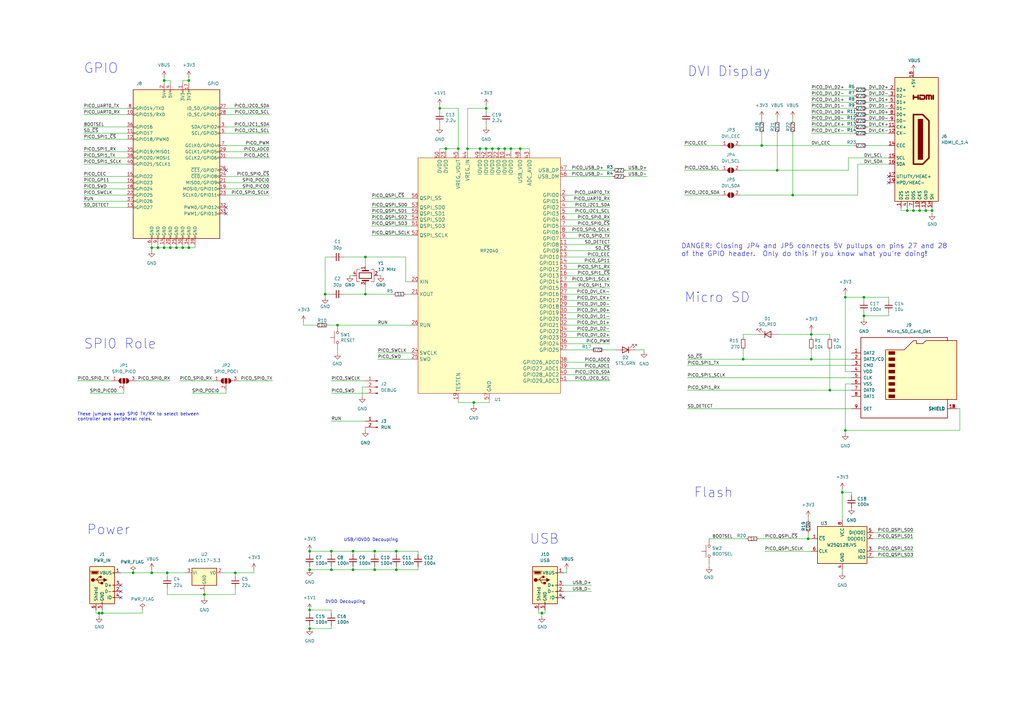
<source format=kicad_sch>
(kicad_sch (version 20211123) (generator eeschema)
  (paper "A3")
  (title_block (title "Faux Pi Zero") (date "2022-12-11") (rev "1.0") (comment 1 "RP2040 dev board in Pi Zero form factor") (comment 2 "https://github.com/dlehenbauer/faux-pi-zero"))
  (junction (at 332.74 137.16))
  (junction (at 191.77 60.96))
  (junction (at 149.86 120.65))
  (junction (at 77.47 33.02))
  (junction (at 144.78 233.68))
  (junction (at 318.77 69.85))
  (junction (at 77.47 101.6))
  (junction (at 180.34 44.45))
  (junction (at 40.64 251.46))
  (junction (at 138.43 133.35))
  (junction (at 345.44 201.93))
  (junction (at 196.85 60.96))
  (junction (at 199.39 44.45))
  (junction (at 354.33 129.54))
  (junction (at 153.67 226.06))
  (junction (at 379.73 86.36))
  (junction (at 41.91 251.46))
  (junction (at 346.71 176.53))
  (junction (at 187.96 60.96))
  (junction (at 213.36 60.96))
  (junction (at 153.67 233.68))
  (junction (at 199.39 60.96))
  (junction (at 69.85 101.6))
  (junction (at 67.31 101.6))
  (junction (at 207.01 60.96))
  (junction (at 127 226.06))
  (junction (at 127 250.19))
  (junction (at 325.12 80.01))
  (junction (at 67.31 33.02))
  (junction (at 194.31 165.1))
  (junction (at 62.23 234.95))
  (junction (at 127 257.81))
  (junction (at 133.35 120.65))
  (junction (at 346.71 121.92))
  (junction (at 74.93 101.6))
  (junction (at 374.65 86.36))
  (junction (at 96.52 234.95))
  (junction (at 204.47 60.96))
  (junction (at 64.77 101.6))
  (junction (at 54.61 234.95))
  (junction (at 382.27 86.36))
  (junction (at 332.74 147.32))
  (junction (at 304.8 147.32))
  (junction (at 135.89 233.68))
  (junction (at 354.33 121.92))
  (junction (at 72.39 101.6))
  (junction (at 144.78 226.06))
  (junction (at 68.58 234.95))
  (junction (at 209.55 60.96))
  (junction (at 222.25 251.46))
  (junction (at 312.42 59.69))
  (junction (at 149.86 105.41))
  (junction (at 201.93 60.96))
  (junction (at 62.23 101.6))
  (junction (at 127 233.68))
  (junction (at 331.47 220.98))
  (junction (at 162.56 233.68))
  (junction (at 340.36 160.02))
  (junction (at 162.56 226.06))
  (junction (at 372.11 86.36))
  (junction (at 182.88 60.96))
  (junction (at 377.19 86.36))
  (junction (at 135.89 226.06))
  (junction (at 83.82 243.84))
  (no_connect (at 92.71 87.63))
  (no_connect (at 92.71 69.85))
  (no_connect (at 49.53 245.11))
  (no_connect (at 364.49 74.93))
  (no_connect (at 364.49 72.39))
  (no_connect (at 231.14 245.11))
  (no_connect (at 49.53 242.57))
  (no_connect (at 92.71 85.09))
  (no_connect (at 49.53 240.03))
  (wire (pts (xy 135.89 105.41) (xy 133.35 105.41)))
  (wire (pts (xy 281.94 154.94) (xy 349.25 154.94)))
  (wire (pts (xy 52.07 62.23) (xy 34.29 62.23)))
  (wire (pts (xy 346.71 157.48) (xy 346.71 176.53)))
  (wire (pts (xy 379.73 85.09) (xy 379.73 86.36)))
  (wire (pts (xy 232.41 118.11) (xy 250.19 118.11)))
  (wire (pts (xy 318.77 69.85) (xy 347.98 69.85)))
  (wire (pts (xy 350.52 49.53) (xy 332.74 49.53)))
  (wire (pts (xy 350.52 54.61) (xy 332.74 54.61)))
  (wire (pts (xy 149.86 175.26) (xy 149.86 176.53)))
  (wire (pts (xy 231.14 242.57) (xy 242.57 242.57)))
  (wire (pts (xy 250.19 85.09) (xy 232.41 85.09)))
  (wire (pts (xy 280.67 80.01) (xy 295.91 80.01)))
  (wire (pts (xy 92.71 72.39) (xy 110.49 72.39)))
  (wire (pts (xy 354.33 121.92) (xy 364.49 121.92)))
  (wire (pts (xy 69.85 33.02) (xy 69.85 34.29)))
  (wire (pts (xy 355.6 46.99) (xy 364.49 46.99)))
  (wire (pts (xy 67.31 33.02) (xy 69.85 33.02)))
  (wire (pts (xy 92.71 59.69) (xy 110.49 59.69)))
  (wire (pts (xy 372.11 85.09) (xy 372.11 86.36)))
  (wire (pts (xy 392.43 167.64) (xy 393.7 167.64)))
  (wire (pts (xy 153.67 226.06) (xy 153.67 227.33)))
  (wire (pts (xy 153.67 233.68) (xy 144.78 233.68)))
  (wire (pts (xy 144.78 226.06) (xy 144.78 227.33)))
  (wire (pts (xy 74.93 34.29) (xy 74.93 33.02)))
  (wire (pts (xy 36.83 161.29) (xy 50.8 161.29)))
  (wire (pts (xy 96.52 243.84) (xy 96.52 241.3)))
  (wire (pts (xy 331.47 220.98) (xy 332.74 220.98)))
  (wire (pts (xy 154.94 113.03) (xy 156.21 113.03)))
  (wire (pts (xy 68.58 234.95) (xy 68.58 236.22)))
  (wire (pts (xy 350.52 39.37) (xy 332.74 39.37)))
  (wire (pts (xy 55.88 156.21) (xy 69.85 156.21)))
  (wire (pts (xy 351.79 67.31) (xy 364.49 67.31)))
  (wire (pts (xy 34.29 52.07) (xy 52.07 52.07)))
  (wire (pts (xy 350.52 52.07) (xy 332.74 52.07)))
  (wire (pts (xy 68.58 243.84) (xy 83.82 243.84)))
  (wire (pts (xy 346.71 121.92) (xy 354.33 121.92)))
  (wire (pts (xy 232.41 82.55) (xy 250.19 82.55)))
  (wire (pts (xy 217.17 60.96) (xy 213.36 60.96)))
  (wire (pts (xy 232.41 115.57) (xy 250.19 115.57)))
  (wire (pts (xy 135.89 233.68) (xy 127 233.68)))
  (wire (pts (xy 232.41 151.13) (xy 250.19 151.13)))
  (wire (pts (xy 318.77 137.16) (xy 332.74 137.16)))
  (wire (pts (xy 62.23 233.68) (xy 62.23 234.95)))
  (wire (pts (xy 379.73 86.36) (xy 382.27 86.36)))
  (wire (pts (xy 232.41 113.03) (xy 250.19 113.03)))
  (wire (pts (xy 152.4 90.17) (xy 168.91 90.17)))
  (wire (pts (xy 74.93 101.6) (xy 77.47 101.6)))
  (wire (pts (xy 149.86 158.75) (xy 148.59 158.75)))
  (wire (pts (xy 110.49 46.99) (xy 92.71 46.99)))
  (wire (pts (xy 311.15 137.16) (xy 304.8 137.16)))
  (wire (pts (xy 199.39 43.18) (xy 199.39 44.45)))
  (wire (pts (xy 350.52 44.45) (xy 332.74 44.45)))
  (wire (pts (xy 69.85 101.6) (xy 72.39 101.6)))
  (wire (pts (xy 67.31 100.33) (xy 67.31 101.6)))
  (wire (pts (xy 191.77 62.23) (xy 191.77 60.96)))
  (wire (pts (xy 207.01 60.96) (xy 204.47 60.96)))
  (wire (pts (xy 140.97 105.41) (xy 149.86 105.41)))
  (wire (pts (xy 52.07 74.93) (xy 34.29 74.93)))
  (wire (pts (xy 374.65 85.09) (xy 374.65 86.36)))
  (wire (pts (xy 355.6 39.37) (xy 364.49 39.37)))
  (wire (pts (xy 182.88 60.96) (xy 180.34 60.96)))
  (wire (pts (xy 127 233.68) (xy 127 232.41)))
  (wire (pts (xy 92.71 80.01) (xy 110.49 80.01)))
  (wire (pts (xy 96.52 234.95) (xy 104.14 234.95)))
  (wire (pts (xy 209.55 62.23) (xy 209.55 60.96)))
  (wire (pts (xy 349.25 152.4) (xy 346.71 152.4)))
  (wire (pts (xy 332.74 137.16) (xy 340.36 137.16)))
  (wire (pts (xy 62.23 101.6) (xy 64.77 101.6)))
  (wire (pts (xy 124.46 133.35) (xy 129.54 133.35)))
  (wire (pts (xy 97.79 156.21) (xy 111.76 156.21)))
  (wire (pts (xy 92.71 62.23) (xy 110.49 62.23)))
  (wire (pts (xy 78.74 161.29) (xy 92.71 161.29)))
  (wire (pts (xy 222.25 251.46) (xy 222.25 252.73)))
  (wire (pts (xy 313.69 226.06) (xy 332.74 226.06)))
  (wire (pts (xy 232.41 107.95) (xy 250.19 107.95)))
  (wire (pts (xy 351.79 80.01) (xy 351.79 67.31)))
  (wire (pts (xy 133.35 120.65) (xy 135.89 120.65)))
  (wire (pts (xy 153.67 226.06) (xy 162.56 226.06)))
  (wire (pts (xy 304.8 143.51) (xy 304.8 147.32)))
  (wire (pts (xy 34.29 46.99) (xy 52.07 46.99)))
  (wire (pts (xy 154.94 144.78) (xy 168.91 144.78)))
  (wire (pts (xy 364.49 129.54) (xy 364.49 128.27)))
  (wire (pts (xy 152.4 96.52) (xy 168.91 96.52)))
  (wire (pts (xy 77.47 31.75) (xy 77.47 33.02)))
  (wire (pts (xy 52.07 57.15) (xy 34.29 57.15)))
  (wire (pts (xy 355.6 54.61) (xy 364.49 54.61)))
  (wire (pts (xy 152.4 81.28) (xy 168.91 81.28)))
  (wire (pts (xy 345.44 200.66) (xy 345.44 201.93)))
  (wire (pts (xy 232.41 148.59) (xy 250.19 148.59)))
  (wire (pts (xy 250.19 153.67) (xy 232.41 153.67)))
  (wire (pts (xy 260.35 143.51) (xy 264.16 143.51)))
  (wire (pts (xy 110.49 44.45) (xy 92.71 44.45)))
  (wire (pts (xy 149.86 120.65) (xy 161.29 120.65)))
  (wire (pts (xy 67.31 101.6) (xy 69.85 101.6)))
  (wire (pts (xy 152.4 85.09) (xy 168.91 85.09)))
  (wire (pts (xy 171.45 232.41) (xy 171.45 233.68)))
  (wire (pts (xy 83.82 243.84) (xy 96.52 243.84)))
  (wire (pts (xy 72.39 101.6) (xy 74.93 101.6)))
  (wire (pts (xy 354.33 129.54) (xy 364.49 129.54)))
  (wire (pts (xy 143.51 113.03) (xy 144.78 113.03)))
  (wire (pts (xy 232.41 72.39) (xy 251.46 72.39)))
  (wire (pts (xy 355.6 49.53) (xy 364.49 49.53)))
  (wire (pts (xy 191.77 44.45) (xy 199.39 44.45)))
  (wire (pts (xy 290.83 220.98) (xy 306.07 220.98)))
  (wire (pts (xy 166.37 105.41) (xy 166.37 115.57)))
  (wire (pts (xy 223.52 250.19) (xy 223.52 251.46)))
  (wire (pts (xy 199.39 50.8) (xy 199.39 52.07)))
  (wire (pts (xy 39.37 251.46) (xy 40.64 251.46)))
  (wire (pts (xy 345.44 201.93) (xy 349.25 201.93)))
  (wire (pts (xy 318.77 49.53) (xy 318.77 48.26)))
  (wire (pts (xy 222.25 251.46) (xy 223.52 251.46)))
  (wire (pts (xy 232.41 138.43) (xy 250.19 138.43)))
  (wire (pts (xy 180.34 60.96) (xy 180.34 62.23)))
  (wire (pts (xy 200.66 163.83) (xy 200.66 165.1)))
  (wire (pts (xy 54.61 234.95) (xy 62.23 234.95)))
  (wire (pts (xy 182.88 60.96) (xy 182.88 62.23)))
  (wire (pts (xy 148.59 158.75) (xy 148.59 162.56)))
  (wire (pts (xy 194.31 165.1) (xy 194.31 166.37)))
  (wire (pts (xy 110.49 52.07) (xy 92.71 52.07)))
  (wire (pts (xy 34.29 54.61) (xy 52.07 54.61)))
  (wire (pts (xy 340.36 137.16) (xy 340.36 138.43)))
  (wire (pts (xy 354.33 123.19) (xy 354.33 121.92)))
  (wire (pts (xy 191.77 60.96) (xy 191.77 44.45)))
  (wire (pts (xy 140.97 120.65) (xy 149.86 120.65)))
  (wire (pts (xy 280.67 69.85) (xy 295.91 69.85)))
  (wire (pts (xy 52.07 67.31) (xy 34.29 67.31)))
  (wire (pts (xy 232.41 100.33) (xy 250.19 100.33)))
  (wire (pts (xy 199.39 60.96) (xy 199.39 62.23)))
  (wire (pts (xy 346.71 120.65) (xy 346.71 121.92)))
  (wire (pts (xy 346.71 176.53) (xy 346.71 177.8)))
  (wire (pts (xy 303.53 59.69) (xy 312.42 59.69)))
  (wire (pts (xy 127 227.33) (xy 127 226.06)))
  (wire (pts (xy 355.6 36.83) (xy 364.49 36.83)))
  (wire (pts (xy 171.45 226.06) (xy 171.45 227.33)))
  (wire (pts (xy 369.57 86.36) (xy 372.11 86.36)))
  (wire (pts (xy 347.98 69.85) (xy 347.98 64.77)))
  (wire (pts (xy 110.49 54.61) (xy 92.71 54.61)))
  (wire (pts (xy 199.39 60.96) (xy 196.85 60.96)))
  (wire (pts (xy 40.64 251.46) (xy 40.64 252.73)))
  (wire (pts (xy 369.57 85.09) (xy 369.57 86.36)))
  (wire (pts (xy 52.07 85.09) (xy 34.29 85.09)))
  (wire (pts (xy 347.98 64.77) (xy 364.49 64.77)))
  (wire (pts (xy 166.37 120.65) (xy 168.91 120.65)))
  (wire (pts (xy 144.78 226.06) (xy 153.67 226.06)))
  (wire (pts (xy 250.19 156.21) (xy 232.41 156.21)))
  (wire (pts (xy 355.6 52.07) (xy 364.49 52.07)))
  (wire (pts (xy 152.4 87.63) (xy 168.91 87.63)))
  (wire (pts (xy 52.07 72.39) (xy 34.29 72.39)))
  (wire (pts (xy 138.43 133.35) (xy 168.91 133.35)))
  (wire (pts (xy 40.64 251.46) (xy 41.91 251.46)))
  (wire (pts (xy 187.96 165.1) (xy 194.31 165.1)))
  (wire (pts (xy 374.65 228.6) (xy 358.14 228.6)))
  (wire (pts (xy 77.47 101.6) (xy 80.01 101.6)))
  (wire (pts (xy 340.36 143.51) (xy 340.36 160.02)))
  (wire (pts (xy 325.12 80.01) (xy 351.79 80.01)))
  (wire (pts (xy 220.98 250.19) (xy 220.98 251.46)))
  (wire (pts (xy 201.93 60.96) (xy 199.39 60.96)))
  (wire (pts (xy 232.41 102.87) (xy 250.19 102.87)))
  (wire (pts (xy 204.47 60.96) (xy 201.93 60.96)))
  (wire (pts (xy 374.65 86.36) (xy 377.19 86.36)))
  (wire (pts (xy 332.74 138.43) (xy 332.74 137.16)))
  (wire (pts (xy 162.56 232.41) (xy 162.56 233.68)))
  (wire (pts (xy 393.7 176.53) (xy 346.71 176.53)))
  (wire (pts (xy 199.39 44.45) (xy 199.39 45.72)))
  (wire (pts (xy 149.86 120.65) (xy 149.86 116.84)))
  (wire (pts (xy 355.6 59.69) (xy 364.49 59.69)))
  (wire (pts (xy 232.41 95.25) (xy 250.19 95.25)))
  (wire (pts (xy 83.82 243.84) (xy 83.82 242.57)))
  (wire (pts (xy 325.12 54.61) (xy 325.12 80.01)))
  (wire (pts (xy 92.71 64.77) (xy 110.49 64.77)))
  (wire (pts (xy 41.91 251.46) (xy 58.42 251.46)))
  (wire (pts (xy 64.77 101.6) (xy 67.31 101.6)))
  (wire (pts (xy 180.34 44.45) (xy 180.34 45.72)))
  (wire (pts (xy 209.55 60.96) (xy 207.01 60.96)))
  (wire (pts (xy 144.78 232.41) (xy 144.78 233.68)))
  (wire (pts (xy 355.6 44.45) (xy 364.49 44.45)))
  (wire (pts (xy 312.42 59.69) (xy 350.52 59.69)))
  (wire (pts (xy 49.53 234.95) (xy 54.61 234.95)))
  (wire (pts (xy 304.8 147.32) (xy 332.74 147.32)))
  (wire (pts (xy 191.77 60.96) (xy 196.85 60.96)))
  (wire (pts (xy 180.34 44.45) (xy 187.96 44.45)))
  (wire (pts (xy 204.47 60.96) (xy 204.47 62.23)))
  (wire (pts (xy 153.67 232.41) (xy 153.67 233.68)))
  (wire (pts (xy 152.4 92.71) (xy 168.91 92.71)))
  (wire (pts (xy 67.31 31.75) (xy 67.31 33.02)))
  (wire (pts (xy 374.65 220.98) (xy 358.14 220.98)))
  (wire (pts (xy 133.35 105.41) (xy 133.35 120.65)))
  (wire (pts (xy 213.36 60.96) (xy 213.36 62.23)))
  (wire (pts (xy 92.71 161.29) (xy 92.71 160.02)))
  (wire (pts (xy 331.47 213.36) (xy 331.47 212.09)))
  (wire (pts (xy 232.41 128.27) (xy 250.19 128.27)))
  (wire (pts (xy 74.93 100.33) (xy 74.93 101.6)))
  (wire (pts (xy 281.94 147.32) (xy 304.8 147.32)))
  (wire (pts (xy 256.54 69.85) (xy 265.43 69.85)))
  (wire (pts (xy 80.01 100.33) (xy 80.01 101.6)))
  (wire (pts (xy 232.41 97.79) (xy 250.19 97.79)))
  (wire (pts (xy 62.23 101.6) (xy 62.23 102.87)))
  (wire (pts (xy 318.77 54.61) (xy 318.77 69.85)))
  (wire (pts (xy 127 250.19) (xy 135.89 250.19)))
  (wire (pts (xy 50.8 161.29) (xy 50.8 160.02)))
  (wire (pts (xy 62.23 100.33) (xy 62.23 101.6)))
  (wire (pts (xy 187.96 44.45) (xy 187.96 60.96)))
  (wire (pts (xy 232.41 92.71) (xy 250.19 92.71)))
  (wire (pts (xy 127 256.54) (xy 127 257.81)))
  (wire (pts (xy 182.88 60.96) (xy 187.96 60.96)))
  (wire (pts (xy 232.41 143.51) (xy 242.57 143.51)))
  (wire (pts (xy 350.52 46.99) (xy 332.74 46.99)))
  (wire (pts (xy 332.74 147.32) (xy 349.25 147.32)))
  (wire (pts (xy 340.36 160.02) (xy 349.25 160.02)))
  (wire (pts (xy 220.98 251.46) (xy 222.25 251.46)))
  (wire (pts (xy 144.78 233.68) (xy 135.89 233.68)))
  (wire (pts (xy 232.41 133.35) (xy 250.19 133.35)))
  (wire (pts (xy 196.85 60.96) (xy 196.85 62.23)))
  (wire (pts (xy 377.19 85.09) (xy 377.19 86.36)))
  (wire (pts (xy 166.37 115.57) (xy 168.91 115.57)))
  (wire (pts (xy 207.01 60.96) (xy 207.01 62.23)))
  (wire (pts (xy 256.54 72.39) (xy 265.43 72.39)))
  (wire (pts (xy 92.71 77.47) (xy 110.49 77.47)))
  (wire (pts (xy 332.74 143.51) (xy 332.74 147.32)))
  (wire (pts (xy 104.14 233.68) (xy 104.14 234.95)))
  (wire (pts (xy 135.89 250.19) (xy 135.89 251.46)))
  (wire (pts (xy 68.58 241.3) (xy 68.58 243.84)))
  (wire (pts (xy 69.85 100.33) (xy 69.85 101.6)))
  (wire (pts (xy 34.29 80.01) (xy 52.07 80.01)))
  (wire (pts (xy 180.34 43.18) (xy 180.34 44.45)))
  (wire (pts (xy 64.77 100.33) (xy 64.77 101.6)))
  (wire (pts (xy 162.56 226.06) (xy 162.56 227.33)))
  (wire (pts (xy 135.89 161.29) (xy 149.86 161.29)))
  (wire (pts (xy 41.91 250.19) (xy 41.91 251.46)))
  (wire (pts (xy 154.94 147.32) (xy 168.91 147.32)))
  (wire (pts (xy 162.56 226.06) (xy 171.45 226.06)))
  (wire (pts (xy 311.15 220.98) (xy 331.47 220.98)))
  (wire (pts (xy 247.65 143.51) (xy 252.73 143.51)))
  (wire (pts (xy 133.35 120.65) (xy 133.35 121.92)))
  (wire (pts (xy 187.96 60.96) (xy 187.96 62.23)))
  (wire (pts (xy 124.46 132.08) (xy 124.46 133.35)))
  (wire (pts (xy 72.39 100.33) (xy 72.39 101.6)))
  (wire (pts (xy 345.44 201.93) (xy 345.44 213.36)))
  (wire (pts (xy 231.14 234.95) (xy 232.41 234.95)))
  (wire (pts (xy 232.41 80.01) (xy 250.19 80.01)))
  (wire (pts (xy 68.58 234.95) (xy 62.23 234.95)))
  (wire (pts (xy 382.27 87.63) (xy 382.27 86.36)))
  (wire (pts (xy 127 226.06) (xy 135.89 226.06)))
  (wire (pts (xy 135.89 257.81) (xy 127 257.81)))
  (wire (pts (xy 138.43 143.51) (xy 138.43 144.78)))
  (wire (pts (xy 232.41 69.85) (xy 251.46 69.85)))
  (wire (pts (xy 364.49 121.92) (xy 364.49 123.19)))
  (wire (pts (xy 135.89 172.72) (xy 149.86 172.72)))
  (wire (pts (xy 171.45 233.68) (xy 162.56 233.68)))
  (wire (pts (xy 231.14 240.03) (xy 242.57 240.03)))
  (wire (pts (xy 354.33 130.81) (xy 354.33 129.54)))
  (wire (pts (xy 232.41 123.19) (xy 250.19 123.19)))
  (wire (pts (xy 281.94 160.02) (xy 340.36 160.02)))
  (wire (pts (xy 135.89 226.06) (xy 135.89 227.33)))
  (wire (pts (xy 149.86 105.41) (xy 149.86 109.22)))
  (wire (pts (xy 250.19 87.63) (xy 232.41 87.63)))
  (wire (pts (xy 34.29 82.55) (xy 52.07 82.55)))
  (wire (pts (xy 34.29 77.47) (xy 52.07 77.47)))
  (wire (pts (xy 332.74 135.89) (xy 332.74 137.16)))
  (wire (pts (xy 58.42 251.46) (xy 58.42 250.19)))
  (wire (pts (xy 393.7 167.64) (xy 393.7 176.53)))
  (wire (pts (xy 52.07 64.77) (xy 34.29 64.77)))
  (wire (pts (xy 73.66 156.21) (xy 87.63 156.21)))
  (wire (pts (xy 83.82 243.84) (xy 83.82 245.11)))
  (wire (pts (xy 232.41 233.68) (xy 232.41 234.95)))
  (wire (pts (xy 232.41 125.73) (xy 250.19 125.73)))
  (wire (pts (xy 281.94 149.86) (xy 349.25 149.86)))
  (wire (pts (xy 290.83 231.14) (xy 290.83 232.41)))
  (wire (pts (xy 377.19 86.36) (xy 379.73 86.36)))
  (wire (pts (xy 135.89 232.41) (xy 135.89 233.68)))
  (wire (pts (xy 39.37 250.19) (xy 39.37 251.46)))
  (wire (pts (xy 303.53 69.85) (xy 318.77 69.85)))
  (wire (pts (xy 76.2 234.95) (xy 68.58 234.95)))
  (wire (pts (xy 281.94 167.64) (xy 349.25 167.64)))
  (wire (pts (xy 374.65 226.06) (xy 358.14 226.06)))
  (wire (pts (xy 134.62 133.35) (xy 138.43 133.35)))
  (wire (pts (xy 135.89 226.06) (xy 144.78 226.06)))
  (wire (pts (xy 355.6 41.91) (xy 364.49 41.91)))
  (wire (pts (xy 331.47 218.44) (xy 331.47 220.98)))
  (wire (pts (xy 77.47 33.02) (xy 77.47 34.29)))
  (wire (pts (xy 232.41 140.97) (xy 250.19 140.97)))
  (wire (pts (xy 312.42 54.61) (xy 312.42 59.69)))
  (wire (pts (xy 34.29 44.45) (xy 52.07 44.45)))
  (wire (pts (xy 96.52 234.95) (xy 96.52 236.22)))
  (wire (pts (xy 304.8 137.16) (xy 304.8 138.43)))
  (wire (pts (xy 232.41 120.65) (xy 250.19 120.65)))
  (wire (pts (xy 232.41 110.49) (xy 250.19 110.49)))
  (wire (pts (xy 372.11 86.36) (xy 374.65 86.36)))
  (wire (pts (xy 201.93 60.96) (xy 201.93 62.23)))
  (wire (pts (xy 209.55 60.96) (xy 213.36 60.96)))
  (wire (pts (xy 194.31 165.1) (xy 200.66 165.1)))
  (wire (pts (xy 374.65 218.44) (xy 358.14 218.44)))
  (wire (pts (xy 280.67 59.69) (xy 295.91 59.69)))
  (wire (pts (xy 74.93 33.02) (xy 77.47 33.02)))
  (wire (pts (xy 162.56 233.68) (xy 153.67 233.68)))
  (wire (pts (xy 217.17 62.23) (xy 217.17 60.96)))
  (wire (pts (xy 91.44 234.95) (xy 96.52 234.95)))
  (wire (pts (xy 135.89 256.54) (xy 135.89 257.81)))
  (wire (pts (xy 149.86 105.41) (xy 166.37 105.41)))
  (wire (pts (xy 350.52 41.91) (xy 332.74 41.91)))
  (wire (pts (xy 67.31 34.29) (xy 67.31 33.02)))
  (wire (pts (xy 232.41 135.89) (xy 250.19 135.89)))
  (wire (pts (xy 187.96 163.83) (xy 187.96 165.1)))
  (wire (pts (xy 350.52 36.83) (xy 332.74 36.83)))
  (wire (pts (xy 135.89 156.21) (xy 149.86 156.21)))
  (wire (pts (xy 354.33 129.54) (xy 354.33 128.27)))
  (wire (pts (xy 346.71 121.92) (xy 346.71 152.4)))
  (wire (pts (xy 232.41 105.41) (xy 250.19 105.41)))
  (wire (pts (xy 232.41 90.17) (xy 250.19 90.17)))
  (wire (pts (xy 382.27 85.09) (xy 382.27 86.36)))
  (wire (pts (xy 127 250.19) (xy 127 251.46)))
  (wire (pts (xy 303.53 80.01) (xy 325.12 80.01)))
  (wire (pts (xy 312.42 49.53) (xy 312.42 48.26)))
  (wire (pts (xy 345.44 233.68) (xy 345.44 234.95)))
  (wire (pts (xy 31.75 156.21) (xy 45.72 156.21)))
  (wire (pts (xy 349.25 157.48) (xy 346.71 157.48)))
  (wire (pts (xy 180.34 50.8) (xy 180.34 52.07)))
  (wire (pts (xy 264.16 143.51) (xy 264.16 144.145)))
  (wire (pts (xy 77.47 100.33) (xy 77.47 101.6)))
  (wire (pts (xy 349.25 203.2) (xy 349.25 201.93)))
  (wire (pts (xy 232.41 130.81) (xy 250.19 130.81)))
  (wire (pts (xy 325.12 49.53) (xy 325.12 48.26)))
  (wire (pts (xy 92.71 74.93) (xy 110.49 74.93)))
  (text "These jumpers swap SPI0 TX/RX to select between\ncontroller and peripheral roles." (at 31.75 172.72 0) (effects (font (size 1.27 1.27)) (justify left bottom)))
  (text "DANGER: Closing JP4 and JP5 connects 5V pullups on pins 27 and 28\nof the GPIO header.  Only do this if you know what you're doing!" (at 279.4 105.41 0) (effects (font (size 2 2)) (justify left bottom)))
  (text "USB/IOVDD Decoupling" (at 140.97 222.25 0) (effects (font (size 1.27 1.27)) (justify left bottom)))
  (text "Flash" (at 284.48 204.47 0) (effects (font (size 4 4)) (justify left bottom)))
  (text "USB" (at 217.17 223.52 0) (effects (font (size 4 4)) (justify left bottom)))
  (text "GPIO" (at 34.29 30.48 0) (effects (font (size 4 4)) (justify left bottom)))
  (text "SPI0 Role" (at 34.29 143.51 0) (effects (font (size 4 4)) (justify left bottom)))
  (text "DVI Display" (at 281.94 31.75 0) (effects (font (size 4 4)) (justify left bottom)))
  (text "DVDD Decoupling" (at 133.35 247.65 0) (effects (font (size 1.27 1.27)) (justify left bottom)))
  (text "Power" (at 35.56 219.71 0) (effects (font (size 4 4)) (justify left bottom)))
  (text "Micro SD" (at 280.67 124.46 0) (effects (font (size 4 4)) (justify left bottom)))
  (label "SD_DETECT" (at 281.94 167.64 0))
  (label "SD_~{CS}" (at 250.19 102.87 180))
  (label "USB_D+" (at 242.57 240.03 180))
  (label "PICO_I2C1_SDA" (at 110.49 52.07 180))
  (label "PICO_I2C0_SDA" (at 280.67 80.01 0))
  (label "PICO_SWCLK" (at 34.29 80.01 0))
  (label "PICO_SPI0_TX" (at 250.19 97.79 180))
  (label "PICO_SWCLK" (at 154.94 144.78 0))
  (label "PICO_I2C0_SCL" (at 280.67 69.85 0))
  (label "PICO_QSPI_SCLK" (at 313.69 226.06 0))
  (label "DVI_D2+" (at 364.49 36.83 180))
  (label "PICO_GP11" (at 34.29 74.93 0))
  (label "DVI_SDA" (at 354.33 67.31 0))
  (label "PICO_SWD" (at 34.29 77.47 0))
  (label "PICO_SPI0_SCLK" (at 110.49 80.01 180))
  (label "PICO_QSPI_SD3" (at 152.4 92.71 0))
  (label "PICO_I2C0_SDA" (at 250.19 153.67 180))
  (label "DVI_CEC" (at 332.74 59.69 0))
  (label "PICO_QSPI_SD1" (at 152.4 87.63 0))
  (label "DVI_SCL" (at 354.33 64.77 0))
  (label "PICO_USB_D-" (at 247.65 72.39 180))
  (label "DVI_D2-" (at 364.49 39.37 180))
  (label "PICO_DVI_D0+" (at 250.19 128.27 180))
  (label "PICO_DVI_D0-" (at 332.74 49.53 0))
  (label "PICO_SPI1_RX" (at 281.94 160.02 0))
  (label "PICO_QSPI_~{CS}" (at 152.4 81.28 0))
  (label "PICO_SPI0_TX" (at 111.76 156.21 180))
  (label "PICO_I2C1_SCL" (at 110.49 54.61 180))
  (label "SPI0_PICO0" (at 110.49 77.47 180))
  (label "PICO_SWD" (at 154.94 147.32 0))
  (label "SPI0_POCI0" (at 110.49 74.93 180))
  (label "PICO_I2C0_SDA" (at 110.49 44.45 180))
  (label "PICO_SPI0_TX" (at 31.75 156.21 0))
  (label "PICO_DVI_D1+" (at 250.19 133.35 180))
  (label "PICO_I2C1_SCL" (at 250.19 87.63 180))
  (label "PICO_I2C1_SDA" (at 250.19 85.09 180))
  (label "PICO_SPI1_TX" (at 34.29 64.77 0))
  (label "DVI_D1-" (at 364.49 44.45 180))
  (label "PICO_QSPI_SD1" (at 374.65 220.98 180))
  (label "PICO_DVI_D2-" (at 332.74 39.37 0))
  (label "PICO_PWM" (at 110.49 59.69 180))
  (label "SPI0_POCI0" (at 78.74 161.29 0))
  (label "PICO_PWM" (at 250.19 140.97 180))
  (label "RUN" (at 154.94 133.35 0))
  (label "PICO_ADC0" (at 110.49 62.23 180))
  (label "PICO_DVI_D2+" (at 332.74 36.83 0))
  (label "PICO_SPI1_TX" (at 250.19 118.11 180))
  (label "PICO_UART0_TX" (at 34.29 44.45 0))
  (label "RUN" (at 34.29 82.55 0))
  (label "PICO_CEC" (at 34.29 72.39 0))
  (label "SD_~{CS}" (at 281.94 147.32 0))
  (label "PICO_DVI_D2-" (at 250.19 135.89 180))
  (label "SD_~{CS}" (at 34.29 54.61 0))
  (label "PICO_SWD" (at 135.89 161.29 0))
  (label "USB_D+" (at 265.43 69.85 180))
  (label "PICO_DVI_CK-" (at 250.19 120.65 180))
  (label "PICO_SPI1_SCLK" (at 250.19 115.57 180))
  (label "DVI_D0+" (at 364.49 46.99 180))
  (label "PICO_ADC1" (at 250.19 151.13 180))
  (label "PICO_DVI_D2+" (at 250.19 138.43 180))
  (label "DVI_D0-" (at 364.49 49.53 180))
  (label "PICO_SPI1_RX" (at 250.19 110.49 180))
  (label "PICO_QSPI_SD2" (at 374.65 226.06 180))
  (label "PICO_SWCLK" (at 135.89 156.21 0))
  (label "PICO_QSPI_~{CS}" (at 313.69 220.98 0))
  (label "PICO_SPI0_RX" (at 73.66 156.21 0))
  (label "PICO_QSPI_SD0" (at 152.4 85.09 0))
  (label "PICO_SPI0_RX" (at 250.19 90.17 180))
  (label "PICO_DVI_D0-" (at 250.19 125.73 180))
  (label "PICO_GP11" (at 250.19 107.95 180))
  (label "PICO_CEC" (at 280.67 59.69 0))
  (label "PICO_SPI1_RX" (at 34.29 62.23 0))
  (label "PICO_ADC0" (at 250.19 148.59 180))
  (label "USB_D-" (at 265.43 72.39 180))
  (label "PICO_SPI0_~{CS}" (at 110.49 72.39 180))
  (label "PICO_SPI0_~{CS}" (at 250.19 92.71 180))
  (label "PICO_UART0_TX" (at 250.19 80.01 180))
  (label "PICO_I2C0_SCL" (at 110.49 46.99 180))
  (label "PICO_USB_D+" (at 247.65 69.85 180))
  (label "PICO_I2C0_SCL" (at 250.19 156.21 180))
  (label "BOOTSEL" (at 34.29 52.07 0))
  (label "SD_DETECT" (at 34.29 85.09 0))
  (label "PICO_DVI_D0+" (at 332.74 46.99 0))
  (label "PICO_DVI_D1+" (at 332.74 41.91 0))
  (label "PICO_QSPI_SD0" (at 374.65 218.44 180))
  (label "PICO_DVI_CK+" (at 250.19 123.19 180))
  (label "PICO_DVI_CK+" (at 332.74 52.07 0))
  (label "PICO_SPI1_SCLK" (at 34.29 67.31 0))
  (label "RUN" (at 135.89 172.72 0))
  (label "PICO_UART0_RX" (at 34.29 46.99 0))
  (label "PICO_DVI_D1-" (at 250.19 130.81 180))
  (label "PICO_SPI1_~{CS}" (at 250.19 113.03 180))
  (label "PICO_SPI0_RX" (at 69.85 156.21 180))
  (label "PICO_QSPI_SD2" (at 152.4 90.17 0))
  (label "PICO_SPI1_SCLK" (at 281.94 154.94 0))
  (label "DVI_CK-" (at 364.49 54.61 180))
  (label "PICO_CEC" (at 250.19 105.41 180))
  (label "PICO_ADC1" (at 110.49 64.77 180))
  (label "PICO_QSPI_SD3" (at 374.65 228.6 180))
  (label "SD_DETECT" (at 250.19 100.33 180))
  (label "PICO_SPI1_~{CS}" (at 34.29 57.15 0))
  (label "BOOTSEL" (at 292.1 220.98 0))
  (label "PICO_SPI0_SCLK" (at 250.19 95.25 180))
  (label "PICO_DVI_CK-" (at 332.74 54.61 0))
  (label "USB_D-" (at 242.57 242.57 180))
  (label "DVI_CK+" (at 364.49 52.07 180))
  (label "PICO_SPI1_TX" (at 281.94 149.86 0))
  (label "DVI_D1+" (at 364.49 41.91 180))
  (label "PICO_QSPI_SCLK" (at 152.4 96.52 0))
  (label "SPI0_PICO0" (at 36.83 161.29 0))
  (label "PICO_UART0_RX" (at 250.19 82.55 180))
  (label "PICO_DVI_D1-" (at 332.74 44.45 0))
  (symbol (lib_id "power:GND") (at 346.71 177.8 0) (unit 1)
    (property "Reference" "#PWR0104" (effects hide))
    (property "Value" "GND" (at 346.71 182.88 0))
  )
  (symbol (lib_id "power:GND") (at 133.35 121.92 0) (unit 1)
    (property "Reference" "#PWR0123" (effects hide))
    (property "Value" "GND" (at 133.35 125.73 0))
  )
  (symbol (lib_id "Device:R_Small") (at 340.36 140.97 0) (unit 1)
    (property "Reference" "R2" (at 341.63 139.7 0) (effects (justify left)))
    (property "Value" "10k" (at 341.63 142.24 0) (effects (justify left)))
    (property "Footprint" "Resistor_SMD:R_0402_1005Metric" (effects hide))
    (property "LCSC" "C25744" (effects hide))
  )
  (symbol (lib_id "power:GND") (at 40.64 252.73 0) (unit 1)
    (property "Reference" "#PWR0106" (effects hide))
    (property "Value" "GND" (at 40.767 257.1242 0))
  )
  (symbol (lib_id "Device:R_Small") (at 254 72.39 90) (unit 1)
    (property "Reference" "R4" (at 251.46 71.12 90) (effects (justify left)))
    (property "Value" "27" (at 255.27 72.39 90) (effects (justify left)))
    (property "Footprint" "Resistor_SMD:R_0603_1608Metric" (effects hide))
    (property "LCSC" "C25190" (effects hide))
  )
  (symbol (lib_id "Device:R_Small") (at 353.06 49.53 90) (unit 1)
    (property "Reference" "R12" (at 349.25 48.26 90))
    (property "Value" "270" (at 353.06 49.53 90))
    (property "Footprint" "Resistor_SMD:R_0603_1608Metric" (effects hide))
    (property "LCSC" "C22966" (effects hide))
  )
  (symbol (lib_id "Device:C_Small") (at 162.56 229.87 0) (unit 1)
    (property "Reference" "C11" (at 164.8968 228.7016 0) (effects (justify left)))
    (property "Value" "100n" (at 164.8968 231.013 0) (effects (justify left)))
    (property "Footprint" "Capacitor_SMD:C_0402_1005Metric" (effects hide))
    (property "LCSC" "C1525" (effects hide))
  )
  (symbol (lib_id "power:+1V1") (at 180.34 43.18 0) (unit 1)
    (property "Reference" "#PWR0134" (effects hide))
    (property "Value" "+1V1" (at 180.34 38.1 0))
  )
  (symbol (lib_id "Device:R_Small") (at 245.11 143.51 90) (unit 1)
    (property "Reference" "R17" (at 242.57 142.24 90) (effects (justify left)))
    (property "Value" "470" (at 247.015 143.51 90) (effects (justify left)))
    (property "Footprint" "Resistor_SMD:R_0402_1005Metric" (effects hide))
    (property "LCSC" "C25117" (effects hide))
  )
  (symbol (lib_id "Device:R_Small") (at 331.47 215.9 0) (unit 1)
    (property "Reference" "R19" (at 329.565 217.805 90) (effects (justify left)))
    (property "Value" "10k" (at 331.47 217.805 90) (effects (justify left)))
    (property "Footprint" "Resistor_SMD:R_0402_1005Metric" (effects hide))
    (property "LCSC" "C25744" (effects hide))
  )
  (symbol (lib_id "power:VBUS") (at 62.23 233.68 0) (unit 1)
    (property "Reference" "#PWR0105" (effects hide))
    (property "Value" "VBUS" (at 62.611 229.2858 0))
  )
  (symbol (lib_id "Device:C_Small") (at 127 229.87 0) (unit 1)
    (property "Reference" "C7" (at 129.3368 228.7016 0) (effects (justify left)))
    (property "Value" "100n" (at 129.3368 231.013 0) (effects (justify left)))
    (property "Footprint" "Capacitor_SMD:C_0402_1005Metric" (effects hide))
    (property "LCSC" "C1525" (effects hide))
  )
  (symbol (lib_id "power:+1V1") (at 127 250.19 0) (unit 1)
    (property "Reference" "#PWR0136" (effects hide))
    (property "Value" "+1V1" (at 127 245.11 0))
  )
  (symbol (lib_id "Device:R_Small") (at 353.06 46.99 90) (unit 1)
    (property "Reference" "R11" (at 349.25 45.72 90))
    (property "Value" "270" (at 353.06 46.99 90))
    (property "Footprint" "Resistor_SMD:R_0603_1608Metric" (effects hide))
    (property "LCSC" "C22966" (effects hide))
  )
  (symbol (lib_id "Device:C_Small") (at 144.78 229.87 0) (unit 1)
    (property "Reference" "C9" (at 147.1168 228.7016 0) (effects (justify left)))
    (property "Value" "100n" (at 147.1168 231.013 0) (effects (justify left)))
    (property "Footprint" "Capacitor_SMD:C_0402_1005Metric" (effects hide))
    (property "LCSC" "C1525" (effects hide))
  )
  (symbol (lib_id "power:+3V3") (at 332.74 135.89 0) (unit 1)
    (property "Reference" "#PWR0107" (effects hide))
    (property "Value" "+3V3" (at 332.74 130.81 0))
  )
  (symbol (lib_id "Device:R_Small") (at 304.8 140.97 180) (unit 1)
    (property "Reference" "R15" (at 300.99 139.7 0))
    (property "Value" "270" (at 301.625 142.24 0))
    (property "Footprint" "Resistor_SMD:R_0603_1608Metric" (effects hide))
    (property "LCSC" "C22966" (effects hide))
  )
  (symbol (lib_id "power:+3V3") (at 77.47 31.75 0) (unit 1)
    (property "Reference" "#PWR0102" (effects hide))
    (property "Value" "+3V3" (at 77.47 26.67 0))
  )
  (symbol (lib_id "power:GND") (at 149.86 176.53 0) (unit 1)
    (property "Reference" "#PWR01" (effects hide))
    (property "Value" "GND" (at 149.86 181.61 0))
  )
  (symbol (lib_id "Device:LED") (at 256.54 143.51 180) (unit 1)
    (property "Reference" "D2" (at 256.54 146.685 0))
    (property "Value" "STS_GRN" (at 256.54 148.9964 0))
    (property "Footprint" "LED_SMD:LED_0603_1608Metric" (effects hide))
    (property "Datasheet" "https://datasheet.lcsc.com/lcsc/1811101510_Everlight-Elec-19-217-GHC-YR1S2-3T_C72043.pdf" (effects hide))
    (property "LCSC" "C72043" (effects hide))
  )
  (symbol (lib_id "power:GND") (at 349.25 208.28 0) (unit 1)
    (property "Reference" "#PWR0140" (effects hide))
    (property "Value" "GND" (at 349.25 213.36 0))
  )
  (symbol (lib_id "power:PWR_FLAG") (at 54.61 234.95 0) (unit 1)
    (property "Reference" "#FLG0102" (effects hide))
    (property "Value" "PWR_FLAG" (at 59.055 230.505 0) (effects (justify right)))
  )
  (symbol (lib_id "power:VBUS") (at 67.31 31.75 0) (unit 1)
    (property "Reference" "#PWR0101" (effects hide))
    (property "Value" "VBUS" (at 67.31 26.67 0))
  )
  (symbol (lib_id "power:GND") (at 148.59 162.56 0) (unit 1)
    (property "Reference" "#PWR0144" (effects hide))
    (property "Value" "GND" (at 148.59 167.64 0))
  )
  (symbol (lib_id "Connector:Raspberry_Pi_2_3") (at 72.39 67.31 0) (unit 1)
    (property "Reference" "J8" (at 55.88 34.29 0) (effects (justify left)))
    (property "Value" "GPIO" (at 85.09 34.29 0) (effects (justify left)))
    (property "Footprint" "Connector_PinHeader_2.54mm:PinHeader_2x20_P2.54mm_Vertical" (effects hide))
    (property "Datasheet" "https://www.raspberrypi.org/documentation/hardware/raspberrypi/schematics/rpi_SCH_3bplus_1p0_reduced.pdf" (effects hide))
  )
  (symbol (lib_id "Device:C_Small") (at 364.49 125.73 0) (unit 1)
    (property "Reference" "C14" (at 366.8268 124.5616 0) (effects (justify left)))
    (property "Value" "10u" (at 366.8268 126.873 0) (effects (justify left)))
    (property "Footprint" "Capacitor_SMD:C_0402_1005Metric" (effects hide))
    (property "LCSC" "C15525" (effects hide))
  )
  (symbol (lib_id "Regulator_Linear:AMS1117-3.3") (at 83.82 234.95 0) (unit 1)
    (property "Reference" "U2" (at 83.82 227.33 0))
    (property "Value" "AMS1117-3.3" (at 83.82 229.87 0))
    (property "Footprint" "Package_TO_SOT_SMD:SOT-223-3_TabPin2" (effects hide))
    (property "Datasheet" "http://www.advanced-monolithic.com/pdf/ds1117.pdf" (effects hide))
    (property "LCSC" "C6186" (effects hide))
  )
  (symbol (lib_id "power:GND") (at 382.27 87.63 0) (unit 1)
    (property "Reference" "#PWR0111" (effects hide))
    (property "Value" "GND" (at 382.3843 91.9544 0))
  )
  (symbol (lib_id "Device:R_Small") (at 353.06 52.07 90) (unit 1)
    (property "Reference" "R13" (at 349.25 50.8 90))
    (property "Value" "270" (at 353.06 52.07 90))
    (property "Footprint" "Resistor_SMD:R_0603_1608Metric" (effects hide))
    (property "LCSC" "C22966" (effects hide))
  )
  (symbol (lib_id "power:VBUS") (at 374.65 29.21 0) (unit 1)
    (property "Reference" "#PWR0112" (effects hide))
    (property "Value" "VBUS" (at 375.031 24.8158 0))
  )
  (symbol (lib_id "power:PWR_FLAG") (at 58.42 250.19 0) (unit 1)
    (property "Reference" "#FLG0101" (effects hide))
    (property "Value" "PWR_FLAG" (at 58.42 245.745 0))
  )
  (symbol (lib_id "Device:C_Small") (at 199.39 48.26 0) (unit 1)
    (property "Reference" "C19" (at 201.7268 47.0916 0) (effects (justify left)))
    (property "Value" "2.2u" (at 201.7268 49.403 0) (effects (justify left)))
    (property "Footprint" "Capacitor_SMD:C_0402_1005Metric" (effects hide))
    (property "LCSC" "C12530" (effects hide))
  )
  (symbol (lib_id "Device:R_Small") (at 353.06 44.45 90) (unit 1)
    (property "Reference" "R9" (at 349.25 43.18 90))
    (property "Value" "270" (at 353.06 44.45 90))
    (property "Footprint" "Resistor_SMD:R_0603_1608Metric" (effects hide))
    (property "LCSC" "C22966" (effects hide))
  )
  (symbol (lib_id "power:GND") (at 138.43 144.78 0) (mirror y) (unit 1)
    (property "Reference" "#PWR0124" (effects hide))
    (property "Value" "GND" (at 138.303 149.1742 0))
  )
  (symbol (lib_id "power:GND") (at 156.21 113.03 0) (unit 1)
    (property "Reference" "#PWR0121" (effects hide))
    (property "Value" "GND" (at 156.21 116.84 0))
  )
  (symbol (lib_id "power:+3V3") (at 345.44 200.66 0) (unit 1)
    (property "Reference" "#PWR0113" (effects hide))
    (property "Value" "+3V3" (at 345.44 195.58 0))
  )
  (symbol (lib_id "Device:C_Small") (at 153.67 229.87 0) (unit 1)
    (property "Reference" "C10" (at 156.0068 228.7016 0) (effects (justify left)))
    (property "Value" "100n" (at 156.0068 231.013 0) (effects (justify left)))
    (property "Footprint" "Capacitor_SMD:C_0402_1005Metric" (effects hide))
    (property "LCSC" "C1525" (effects hide))
  )
  (symbol (lib_id "JLCPCB:RP2040") (at 200.66 102.87 0) (unit 1)
    (property "Reference" "U1" (at 202.7911 163.83 0) (effects (justify left)))
    (property "Value" "RP2040" (at 196.85 102.87 0) (effects (justify left)))
    (property "Footprint" "Package_DFN_QFN:QFN-56-1EP_7x7mm_P0.4mm_EP3.2x3.2mm_ThermalVias" (effects hide))
    (property "Datasheet" "https://atta.szlcsc.com/upload/public/pdf/source/20210621/C2040_96F425825606B7957D87DD32E2512CA9.pdf" (effects hide))
    (property "LCSC" "C2040" (effects hide))
  )
  (symbol (lib_id "Switch:SW_Push") (at 290.83 226.06 90) (unit 1)
    (property "Reference" "SW2" (at 292.0492 224.8916 90) (effects (justify right)))
    (property "Value" "BOOTSEL" (at 292.0492 227.203 90) (effects (justify right)))
    (property "Footprint" "Button_Switch_THT:SW_PUSH_6mm" (effects hide))
  )
  (symbol (lib_id "power:+3V3") (at 124.46 132.08 0) (unit 1)
    (property "Reference" "#PWR0122" (effects hide))
    (property "Value" "+3V3" (at 124.46 127 0))
  )
  (symbol (lib_id "power:VBUS") (at 325.12 48.26 0) (unit 1)
    (property "Reference" "#PWR0132" (effects hide))
    (property "Value" "VBUS" (at 325.12 43.18 0))
  )
  (symbol (lib_id "Jumper:SolderJumper_3_Open") (at 92.71 156.21 0) (unit 1)
    (property "Reference" "JP2" (at 92.71 149.86 0))
    (property "Value" "SPI0_POCI" (at 92.71 152.4 0))
    (property "Footprint" "Jumper:SolderJumper-3_P1.3mm_Open_RoundedPad1.0x1.5mm" (effects hide))
  )
  (symbol (lib_id "Connector:Conn_01x03_Male") (at 154.94 158.75 0) (mirror y) (unit 1)
    (property "Reference" "J2" (at 156.21 157.4799 0) (effects (justify right)))
    (property "Value" "DEBUG" (at 156.21 160.0199 0) (effects (justify right)))
    (property "Footprint" "Connector_PinHeader_2.54mm:PinHeader_1x03_P2.54mm_Vertical" (effects hide))
  )
  (symbol (lib_id "Device:C_Small") (at 180.34 48.26 0) (unit 1)
    (property "Reference" "C13" (at 182.6768 47.0916 0) (effects (justify left)))
    (property "Value" "2.2u" (at 182.6768 49.403 0) (effects (justify left)))
    (property "Footprint" "Capacitor_SMD:C_0402_1005Metric" (effects hide))
    (property "LCSC" "C12530" (effects hide))
  )
  (symbol (lib_id "Device:C_Small") (at 354.33 125.73 0) (unit 1)
    (property "Reference" "C17" (at 356.6668 124.5616 0) (effects (justify left)))
    (property "Value" "100n" (at 356.6668 126.873 0) (effects (justify left)))
    (property "Footprint" "Capacitor_SMD:C_0402_1005Metric" (effects hide))
    (property "LCSC" "C1525" (effects hide))
  )
  (symbol (lib_id "Jumper:SolderJumper_2_Open") (at 299.72 69.85 0) (unit 1)
    (property "Reference" "JP4" (at 299.72 63.5 0))
    (property "Value" "DVI_SCL" (at 299.72 66.04 0))
    (property "Footprint" "Jumper:SolderJumper-2_P1.3mm_Open_RoundedPad1.0x1.5mm" (effects hide))
  )
  (symbol (lib_id "Device:Crystal_GND24") (at 149.86 113.03 270) (unit 1)
    (property "Reference" "Y1" (at 156.21 107.95 90))
    (property "Value" "12 MHz" (at 158.75 110.49 90))
    (property "Footprint" "Crystal:Crystal_SMD_3225-4Pin_3.2x2.5mm" (effects hide))
    (property "Datasheet" "https://datasheet.lcsc.com/lcsc/2103291203_Yangxing-Tech-X322512MSB4SI_C9002.pdf" (effects hide))
    (property "LCSC" "C9002" (effects hide))
  )
  (symbol (lib_id "Device:R_Small") (at 132.08 133.35 270) (unit 1)
    (property "Reference" "R10" (at 130.175 131.445 90) (effects (justify left)))
    (property "Value" "10k" (at 130.175 133.35 90) (effects (justify left)))
    (property "Footprint" "Resistor_SMD:R_0402_1005Metric" (effects hide))
    (property "LCSC" "C25744" (effects hide))
  )
  (symbol (lib_id "Device:R_Small") (at 353.06 59.69 90) (unit 1)
    (property "Reference" "R23" (at 349.25 58.42 90))
    (property "Value" "270" (at 353.06 59.69 90))
    (property "Footprint" "Resistor_SMD:R_0603_1608Metric" (effects hide))
    (property "LCSC" "C22966" (effects hide))
  )
  (symbol (lib_id "power:GND") (at 62.23 102.87 0) (unit 1)
    (property "Reference" "#PWR0103" (effects hide))
    (property "Value" "GND" (at 62.23 107.95 0))
  )
  (symbol (lib_id "Device:R_Small") (at 163.83 120.65 90) (unit 1)
    (property "Reference" "R5" (at 161.29 119.38 90) (effects (justify left)))
    (property "Value" "1k" (at 165.1 120.65 90) (effects (justify left)))
    (property "Footprint" "Resistor_SMD:R_0402_1005Metric" (effects hide))
    (property "LCSC" "C11702" (effects hide))
  )
  (symbol (lib_id "Device:C_Small") (at 127 254 0) (unit 1)
    (property "Reference" "C15" (at 129.3368 252.8316 0) (effects (justify left)))
    (property "Value" "100n" (at 129.3368 255.143 0) (effects (justify left)))
    (property "Footprint" "Capacitor_SMD:C_0402_1005Metric" (effects hide))
    (property "LCSC" "C1525" (effects hide))
  )
  (symbol (lib_id "Jumper:SolderJumper_2_Open") (at 299.72 59.69 0) (unit 1)
    (property "Reference" "JP3" (at 299.72 53.34 0))
    (property "Value" "DVI_CEC" (at 299.72 55.88 0))
    (property "Footprint" "Jumper:SolderJumper-2_P1.3mm_Open_RoundedPad1.0x1.5mm" (effects hide))
  )
  (symbol (lib_id "Jumper:SolderJumper_2_Open") (at 299.72 80.01 0) (unit 1)
    (property "Reference" "JP5" (at 299.72 73.66 0))
    (property "Value" "DVI_SDA" (at 299.72 76.2 0))
    (property "Footprint" "Jumper:SolderJumper-2_P1.3mm_Open_RoundedPad1.0x1.5mm" (effects hide))
  )
  (symbol (lib_id "Device:C_Small") (at 96.52 238.76 0) (unit 1)
    (property "Reference" "C5" (at 99.06 237.4962 0) (effects (justify left)))
    (property "Value" "22u" (at 99.06 240.0362 0) (effects (justify left)))
    (property "Footprint" "Capacitor_SMD:C_0805_2012Metric" (effects hide))
    (property "LCSC" "C45783" (effects hide))
  )
  (symbol (lib_id "power:GND") (at 127 257.81 0) (unit 1)
    (property "Reference" "#PWR0135" (effects hide))
    (property "Value" "GND" (at 127 262.89 0))
  )
  (symbol (lib_id "power:GND") (at 199.39 52.07 0) (unit 1)
    (property "Reference" "#PWR0142" (effects hide))
    (property "Value" "GND" (at 199.39 57.15 0))
  )
  (symbol (lib_id "Device:R_Small") (at 312.42 52.07 0) (unit 1)
    (property "Reference" "R18" (at 310.515 53.975 90) (effects (justify left)))
    (property "Value" "2k2" (at 312.42 53.975 90) (effects (justify left)))
    (property "Footprint" "Resistor_SMD:R_0402_1005Metric" (effects hide))
    (property "LCSC" "C25879" (effects hide))
  )
  (symbol (lib_id "power:GND") (at 180.34 52.07 0) (unit 1)
    (property "Reference" "#PWR0133" (effects hide))
    (property "Value" "GND" (at 180.34 57.15 0))
  )
  (symbol (lib_id "Connector:Micro_SD_Card_Det") (at 372.11 154.94 0) (unit 1)
    (property "Reference" "J9" (at 372.745 133.35 0))
    (property "Value" "Micro_SD_Card_Det" (at 372.745 135.89 0))
    (property "Footprint" "JLCPCB:SIM-SMD_8P-1040310811" (effects hide))
    (property "Datasheet" "https://datasheet.lcsc.com/lcsc/1810121713_MOLEX-472192001_C164170.pdf" (effects hide))
    (property "LCSC" "C585350" (effects hide))
  )
  (symbol (lib_id "power:GND") (at 345.44 234.95 0) (unit 1)
    (property "Reference" "#PWR0115" (effects hide))
    (property "Value" "GND" (at 345.44 240.03 0))
  )
  (symbol (lib_id "Jumper:SolderJumper_3_Open") (at 50.8 156.21 0) (unit 1)
    (property "Reference" "JP1" (at 50.8 149.86 0))
    (property "Value" "SPI0_PICO" (at 50.8 152.4 0))
    (property "Footprint" "Jumper:SolderJumper-3_P1.3mm_Open_RoundedPad1.0x1.5mm" (effects hide))
  )
  (symbol (lib_id "Memory_Flash:W25Q128JVS") (at 345.44 223.52 0) (unit 1)
    (property "Reference" "U3" (at 336.55 214.63 0) (effects (justify left)))
    (property "Value" "W25Q128JVS" (at 339.09 223.52 0) (effects (justify left)))
    (property "Footprint" "Package_SO:SOIC-8_5.23x5.23mm_P1.27mm" (effects hide))
    (property "Datasheet" "http://www.winbond.com/resource-files/w25q128jv_dtr%20revc%2003272018%20plus.pdf" (effects hide))
    (property "LCSC" "C97521" (effects hide))
  )
  (symbol (lib_id "Connector:Conn_01x02_Male") (at 154.94 172.72 0) (mirror y) (unit 1)
    (property "Reference" "J3" (at 156.21 172.7199 0) (effects (justify right)))
    (property "Value" "RUN" (at 156.21 175.2599 0) (effects (justify right)))
    (property "Footprint" "Connector_PinHeader_2.54mm:PinHeader_1x02_P2.54mm_Vertical" (effects hide))
  )
  (symbol (lib_id "Device:R_Small") (at 353.06 36.83 90) (unit 1)
    (property "Reference" "R6" (at 349.25 35.56 90))
    (property "Value" "270" (at 353.06 36.83 90))
    (property "Footprint" "Resistor_SMD:R_0603_1608Metric" (effects hide))
    (property "LCSC" "C22966" (effects hide))
  )
  (symbol (lib_id "power:+3V3") (at 331.47 212.09 0) (unit 1)
    (property "Reference" "#PWR0139" (effects hide))
    (property "Value" "+3V3" (at 331.47 207.01 0))
  )
  (symbol (lib_id "Device:R_Small") (at 353.06 54.61 90) (unit 1)
    (property "Reference" "R14" (at 349.25 53.34 90))
    (property "Value" "270" (at 353.06 54.61 90))
    (property "Footprint" "Resistor_SMD:R_0603_1608Metric" (effects hide))
    (property "LCSC" "C22966" (effects hide))
  )
  (symbol (lib_id "Device:R_Small") (at 353.06 39.37 90) (unit 1)
    (property "Reference" "R7" (at 349.25 38.1 90))
    (property "Value" "270" (at 353.06 39.37 90))
    (property "Footprint" "Resistor_SMD:R_0603_1608Metric" (effects hide))
    (property "LCSC" "C22966" (effects hide))
  )
  (symbol (lib_id "Device:R_Small") (at 325.12 52.07 0) (unit 1)
    (property "Reference" "R22" (at 323.215 53.975 90) (effects (justify left)))
    (property "Value" "2k2" (at 325.12 53.975 90) (effects (justify left)))
    (property "Footprint" "Resistor_SMD:R_0402_1005Metric" (effects hide))
    (property "LCSC" "C25879" (effects hide))
  )
  (symbol (lib_id "power:GND") (at 194.31 166.37 0) (unit 1)
    (property "Reference" "#PWR0116" (effects hide))
    (property "Value" "GND" (at 194.31 171.45 0))
  )
  (symbol (lib_id "Connector:USB_OTG") (at 223.52 240.03 0) (unit 1)
    (property "Reference" "J10" (at 223.52 227.33 0))
    (property "Value" "USB" (at 223.52 229.87 0))
    (property "Footprint" "JLCPCB:MICRO-USB_MICRO-USB-17" (effects hide))
    (property "Datasheet" "https://datasheet.lcsc.com/lcsc/2103081233_Jing-Extension-of-the-Electronic-Co--920-D62A2021S10107_C77238.pdf" (effects hide))
    (property "LCSC" "C77238" (effects hide))
  )
  (symbol (lib_id "Device:LED") (at 314.96 137.16 0) (mirror x) (unit 1)
    (property "Reference" "D1" (at 314.7822 130.683 0))
    (property "Value" "SD_RED" (at 314.7822 132.9944 0))
    (property "Footprint" "LED_SMD:LED_0603_1608Metric" (effects hide))
    (property "Datasheet" "https://datasheet.lcsc.com/lcsc/1810231112_Hubei-KENTO-Elec-KT-0603R_C2286.pdf" (effects hide))
    (property "LCSC" "C2286" (effects hide))
  )
  (symbol (lib_id "Device:C_Small") (at 171.45 229.87 0) (unit 1)
    (property "Reference" "C12" (at 173.7868 228.7016 0) (effects (justify left)))
    (property "Value" "100n" (at 173.7868 231.013 0) (effects (justify left)))
    (property "Footprint" "Capacitor_SMD:C_0402_1005Metric" (effects hide))
    (property "LCSC" "C1525" (effects hide))
  )
  (symbol (lib_id "Connector:HDMI_C_1.4") (at 374.65 57.15 0) (unit 1)
    (property "Reference" "J6" (at 386.08 55.8799 0) (effects (justify left)))
    (property "Value" "HDMI_C_1.4" (at 386.08 58.4199 0) (effects (justify left)))
    (property "Footprint" "JLCPCB:HDMI-SMD_HDMI-201" (effects hide))
    (property "Datasheet" "https://datasheet.lcsc.com/lcsc/2008241908_XUNPU-HDMI-201_C720618.pdf" (effects hide))
    (property "LCSC" "C720618" (effects hide))
  )
  (symbol (lib_id "Device:R_Small") (at 318.77 52.07 0) (unit 1)
    (property "Reference" "R21" (at 316.865 53.975 90) (effects (justify left)))
    (property "Value" "2k2" (at 318.77 53.975 90) (effects (justify left)))
    (property "Footprint" "Resistor_SMD:R_0402_1005Metric" (effects hide))
    (property "LCSC" "C25879" (effects hide))
  )
  (symbol (lib_id "Device:C_Small") (at 138.43 120.65 90) (unit 1)
    (property "Reference" "C2" (at 138.4363 114.3 90))
    (property "Value" "30p" (at 138.4363 116.84 90))
    (property "Footprint" "Capacitor_SMD:C_0402_1005Metric" (effects hide))
    (property "LCSC" "C1570" (effects hide))
  )
  (symbol (lib_id "Device:C_Small") (at 135.89 254 0) (unit 1)
    (property "Reference" "C16" (at 138.2268 252.8316 0) (effects (justify left)))
    (property "Value" "100n" (at 138.2268 255.143 0) (effects (justify left)))
    (property "Footprint" "Capacitor_SMD:C_0402_1005Metric" (effects hide))
    (property "LCSC" "C1525" (effects hide))
  )
  (symbol (lib_id "power:+3V3") (at 346.71 120.65 0) (unit 1)
    (property "Reference" "#PWR0110" (effects hide))
    (property "Value" "+3V3" (at 346.71 115.57 0))
  )
  (symbol (lib_id "power:GND") (at 127 233.68 0) (unit 1)
    (property "Reference" "#PWR0128" (effects hide))
    (property "Value" "GND" (at 127 238.76 0))
  )
  (symbol (lib_id "power:+3V3") (at 199.39 43.18 0) (unit 1)
    (property "Reference" "#PWR0141" (effects hide))
    (property "Value" "+3V3" (at 199.39 38.1 0))
  )
  (symbol (lib_id "power:GND") (at 354.33 130.81 0) (unit 1)
    (property "Reference" "#PWR0138" (effects hide))
    (property "Value" "GND" (at 354.33 135.89 0))
  )
  (symbol (lib_id "Device:C_Small") (at 68.58 238.76 0) (unit 1)
    (property "Reference" "C4" (at 71.12 237.4962 0) (effects (justify left)))
    (property "Value" "22u" (at 71.12 240.0362 0) (effects (justify left)))
    (property "Footprint" "Capacitor_SMD:C_0805_2012Metric" (effects hide))
    (property "LCSC" "C45783" (effects hide))
  )
  (symbol (lib_id "power:GND") (at 290.83 232.41 0) (mirror y) (unit 1)
    (property "Reference" "#PWR0114" (effects hide))
    (property "Value" "GND" (at 290.703 236.8042 0))
  )
  (symbol (lib_id "Device:R_Small") (at 353.06 41.91 90) (unit 1)
    (property "Reference" "R8" (at 349.25 40.64 90))
    (property "Value" "270" (at 353.06 41.91 90))
    (property "Footprint" "Resistor_SMD:R_0603_1608Metric" (effects hide))
    (property "LCSC" "C22966" (effects hide))
  )
  (symbol (lib_id "power:VBUS") (at 318.77 48.26 0) (unit 1)
    (property "Reference" "#PWR0137" (effects hide))
    (property "Value" "VBUS" (at 318.77 43.18 0))
  )
  (symbol (lib_id "Device:C_Small") (at 138.43 105.41 90) (unit 1)
    (property "Reference" "C1" (at 138.4363 99.06 90))
    (property "Value" "30p" (at 138.4363 101.6 90))
    (property "Footprint" "Capacitor_SMD:C_0402_1005Metric" (effects hide))
    (property "LCSC" "C1570" (effects hide))
  )
  (symbol (lib_id "power:+3V3") (at 104.14 233.68 0) (unit 1)
    (property "Reference" "#PWR0117" (effects hide))
    (property "Value" "+3V3" (at 104.14 228.6 0))
  )
  (symbol (lib_id "Device:R_Small") (at 308.61 220.98 90) (unit 1)
    (property "Reference" "R20" (at 306.07 219.71 90) (effects (justify left)))
    (property "Value" "1k" (at 309.88 220.98 90) (effects (justify left)))
    (property "Footprint" "Resistor_SMD:R_0402_1005Metric" (effects hide))
    (property "LCSC" "C11702" (effects hide))
  )
  (symbol (lib_id "Device:C_Small") (at 135.89 229.87 0) (unit 1)
    (property "Reference" "C8" (at 138.2268 228.7016 0) (effects (justify left)))
    (property "Value" "100n" (at 138.2268 231.013 0) (effects (justify left)))
    (property "Footprint" "Capacitor_SMD:C_0402_1005Metric" (effects hide))
    (property "LCSC" "C1525" (effects hide))
  )
  (symbol (lib_id "Switch:SW_Push") (at 138.43 138.43 90) (unit 1)
    (property "Reference" "SW1" (at 139.6492 137.2616 90) (effects (justify right)))
    (property "Value" "RESET" (at 139.6492 139.573 90) (effects (justify right)))
    (property "Footprint" "Button_Switch_THT:SW_PUSH_6mm" (effects hide))
  )
  (symbol (lib_id "Connector:USB_OTG") (at 41.91 240.03 0) (unit 1)
    (property "Reference" "J1" (at 41.91 227.33 0))
    (property "Value" "PWR_IN" (at 41.91 229.87 0))
    (property "Footprint" "JLCPCB:MICRO-USB_MICRO-USB-17" (effects hide))
    (property "Datasheet" "https://datasheet.lcsc.com/lcsc/2103081233_Jing-Extension-of-the-Electronic-Co--920-D62A2021S10107_C77238.pdf" (effects hide))
    (property "LCSC" "C77238" (effects hide))
  )
  (symbol (lib_id "power:+3V3") (at 312.42 48.26 0) (unit 1)
    (property "Reference" "#PWR0143" (effects hide))
    (property "Value" "+3V3" (at 312.42 43.18 0))
  )
  (symbol (lib_id "power:GND") (at 222.25 252.73 0) (unit 1)
    (property "Reference" "#PWR0126" (effects hide))
    (property "Value" "GND" (at 222.377 257.1242 0))
  )
  (symbol (lib_id "power:GND") (at 264.16 144.145 0) (unit 1)
    (property "Reference" "#PWR0130" (effects hide))
    (property "Value" "GND" (at 264.16 149.225 0))
  )
  (symbol (lib_id "Device:C_Small") (at 349.25 205.74 0) (unit 1)
    (property "Reference" "C18" (at 351.5868 204.5716 0) (effects (justify left)))
    (property "Value" "100n" (at 351.5868 206.883 0) (effects (justify left)))
    (property "Footprint" "Capacitor_SMD:C_0402_1005Metric" (effects hide))
    (property "LCSC" "C1525" (effects hide))
  )
  (symbol (lib_id "power:GND") (at 143.51 113.03 0) (unit 1)
    (property "Reference" "#PWR0120" (effects hide))
    (property "Value" "GND" (at 143.51 116.84 0))
  )
  (symbol (lib_id "Device:R_Small") (at 332.74 140.97 0) (unit 1)
    (property "Reference" "R1" (at 334.01 139.7 0) (effects (justify left)))
    (property "Value" "10k" (at 334.01 142.24 0) (effects (justify left)))
    (property "Footprint" "Resistor_SMD:R_0402_1005Metric" (effects hide))
    (property "LCSC" "C25744" (effects hide))
  )
  (symbol (lib_id "power:VBUS") (at 232.41 233.68 0) (unit 1)
    (property "Reference" "#PWR0127" (effects hide))
    (property "Value" "VBUS" (at 232.791 229.2858 0))
  )
  (symbol (lib_id "power:GND") (at 83.82 245.11 0) (unit 1)
    (property "Reference" "#PWR0118" (effects hide))
    (property "Value" "GND" (at 83.82 250.19 0))
  )
  (symbol (lib_id "power:+3V3") (at 127 226.06 0) (unit 1)
    (property "Reference" "#PWR0129" (effects hide))
    (property "Value" "+3V3" (at 127 220.98 0))
  )
  (symbol (lib_id "Device:R_Small") (at 254 69.85 90) (unit 1)
    (property "Reference" "R3" (at 251.46 68.58 90) (effects (justify left)))
    (property "Value" "27" (at 255.27 69.85 90) (effects (justify left)))
    (property "Footprint" "Resistor_SMD:R_0603_1608Metric" (effects hide))
    (property "LCSC" "C25190" (effects hide))
  )
)
</source>
